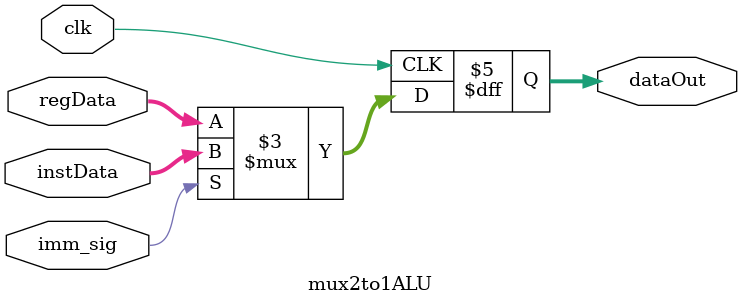
<source format=v>
module mux2to1ALU(clk, imm_sig, regData, instData, dataOut);

	input clk;
	input imm_sig;
	input [31:0] regData;
	input [31:0] instData;
	output reg [31:0] dataOut;
	
	always@(posedge clk) begin
		if (imm_sig) 
			dataOut = {20'b0,instData};
		else
			dataOut = regData;
	end
endmodule

</source>
